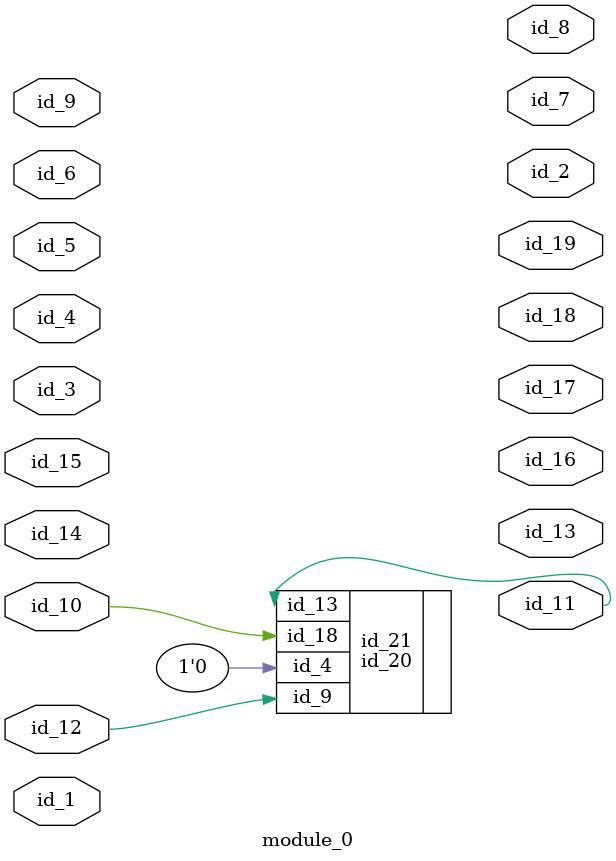
<source format=v>
module module_0 (
    id_1,
    id_2,
    id_3,
    id_4,
    id_5,
    id_6,
    id_7,
    id_8,
    id_9,
    id_10,
    id_11,
    id_12,
    id_13,
    id_14,
    id_15,
    id_16,
    id_17,
    id_18,
    id_19
);
  output id_19;
  output id_18;
  output id_17;
  output id_16;
  input id_15;
  input id_14;
  output id_13;
  input id_12;
  output id_11;
  input id_10;
  input id_9;
  output id_8;
  output id_7;
  input id_6;
  input id_5;
  input id_4;
  input id_3;
  output id_2;
  input id_1;
  id_20 id_21 (
      .id_4 (1'b0),
      .id_9 (id_12),
      .id_13(id_11),
      .id_18(id_10)
  );
endmodule

</source>
